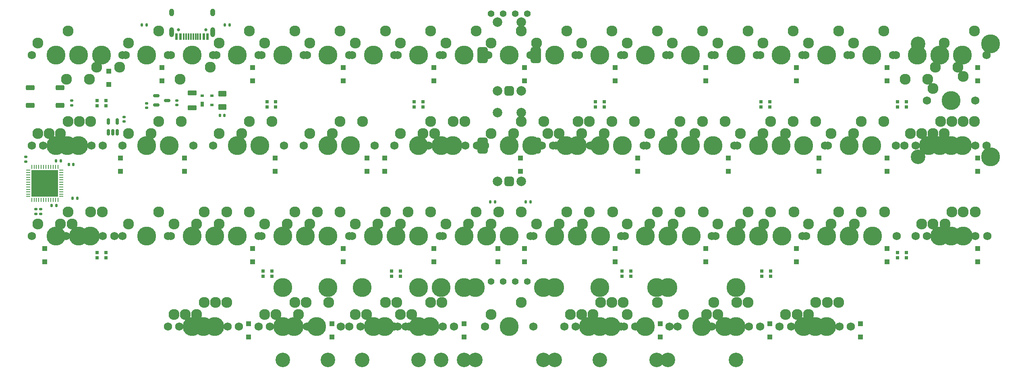
<source format=gbs>
%TF.GenerationSoftware,KiCad,Pcbnew,(7.0.0)*%
%TF.CreationDate,2023-11-22T09:43:08+01:00*%
%TF.ProjectId,universal vault,756e6976-6572-4736-916c-207661756c74,rev?*%
%TF.SameCoordinates,Original*%
%TF.FileFunction,Soldermask,Bot*%
%TF.FilePolarity,Negative*%
%FSLAX46Y46*%
G04 Gerber Fmt 4.6, Leading zero omitted, Abs format (unit mm)*
G04 Created by KiCad (PCBNEW (7.0.0)) date 2023-11-22 09:43:08*
%MOMM*%
%LPD*%
G01*
G04 APERTURE LIST*
G04 Aperture macros list*
%AMRoundRect*
0 Rectangle with rounded corners*
0 $1 Rounding radius*
0 $2 $3 $4 $5 $6 $7 $8 $9 X,Y pos of 4 corners*
0 Add a 4 corners polygon primitive as box body*
4,1,4,$2,$3,$4,$5,$6,$7,$8,$9,$2,$3,0*
0 Add four circle primitives for the rounded corners*
1,1,$1+$1,$2,$3*
1,1,$1+$1,$4,$5*
1,1,$1+$1,$6,$7*
1,1,$1+$1,$8,$9*
0 Add four rect primitives between the rounded corners*
20,1,$1+$1,$2,$3,$4,$5,0*
20,1,$1+$1,$4,$5,$6,$7,0*
20,1,$1+$1,$6,$7,$8,$9,0*
20,1,$1+$1,$8,$9,$2,$3,0*%
G04 Aperture macros list end*
%ADD10C,1.750000*%
%ADD11C,3.987800*%
%ADD12C,2.300000*%
%ADD13C,3.048000*%
%ADD14C,1.397000*%
%ADD15C,2.000000*%
%ADD16RoundRect,0.500000X0.500000X-0.500000X0.500000X0.500000X-0.500000X0.500000X-0.500000X-0.500000X0*%
%ADD17RoundRect,0.550000X0.550000X-1.150000X0.550000X1.150000X-0.550000X1.150000X-0.550000X-1.150000X0*%
%ADD18RoundRect,0.250000X0.300000X-0.300000X0.300000X0.300000X-0.300000X0.300000X-0.300000X-0.300000X0*%
%ADD19RoundRect,0.105000X0.245000X0.245000X-0.245000X0.245000X-0.245000X-0.245000X0.245000X-0.245000X0*%
%ADD20RoundRect,0.105000X-0.245000X-0.245000X0.245000X-0.245000X0.245000X0.245000X-0.245000X0.245000X0*%
%ADD21RoundRect,0.140000X-0.170000X0.140000X-0.170000X-0.140000X0.170000X-0.140000X0.170000X0.140000X0*%
%ADD22RoundRect,0.135000X0.185000X-0.135000X0.185000X0.135000X-0.185000X0.135000X-0.185000X-0.135000X0*%
%ADD23RoundRect,0.150000X0.150000X-0.512500X0.150000X0.512500X-0.150000X0.512500X-0.150000X-0.512500X0*%
%ADD24RoundRect,0.140000X-0.140000X-0.170000X0.140000X-0.170000X0.140000X0.170000X-0.140000X0.170000X0*%
%ADD25RoundRect,0.140000X0.170000X-0.140000X0.170000X0.140000X-0.170000X0.140000X-0.170000X-0.140000X0*%
%ADD26RoundRect,0.135000X0.135000X0.185000X-0.135000X0.185000X-0.135000X-0.185000X0.135000X-0.185000X0*%
%ADD27RoundRect,0.140000X0.140000X0.170000X-0.140000X0.170000X-0.140000X-0.170000X0.140000X-0.170000X0*%
%ADD28RoundRect,0.275000X0.625000X0.275000X-0.625000X0.275000X-0.625000X-0.275000X0.625000X-0.275000X0*%
%ADD29RoundRect,0.250000X0.625000X-0.375000X0.625000X0.375000X-0.625000X0.375000X-0.625000X-0.375000X0*%
%ADD30RoundRect,0.150000X-0.512500X-0.150000X0.512500X-0.150000X0.512500X0.150000X-0.512500X0.150000X0*%
%ADD31RoundRect,0.250000X0.700000X-0.275000X0.700000X0.275000X-0.700000X0.275000X-0.700000X-0.275000X0*%
%ADD32RoundRect,0.135000X-0.135000X-0.185000X0.135000X-0.185000X0.135000X0.185000X-0.135000X0.185000X0*%
%ADD33C,0.650000*%
%ADD34R,0.600000X1.450000*%
%ADD35R,0.300000X1.450000*%
%ADD36O,1.000000X1.600000*%
%ADD37O,1.000000X2.100000*%
%ADD38R,0.700000X1.000000*%
%ADD39R,0.700000X0.600000*%
%ADD40RoundRect,0.062500X0.062500X-0.375000X0.062500X0.375000X-0.062500X0.375000X-0.062500X-0.375000X0*%
%ADD41RoundRect,0.062500X0.375000X-0.062500X0.375000X0.062500X-0.375000X0.062500X-0.375000X-0.062500X0*%
%ADD42R,5.600000X5.600000*%
G04 APERTURE END LIST*
D10*
%TO.C,K_SPACE4*%
X113982500Y-65881250D03*
D11*
X119062500Y-65881250D03*
D10*
X124142500Y-65881250D03*
D12*
X115252500Y-63341250D03*
X121602500Y-60801250D03*
%TD*%
D10*
%TO.C,K_SPACE68*%
X166370000Y-84931250D03*
D11*
X171450000Y-84931250D03*
D10*
X176530000Y-84931250D03*
D12*
X167640000Y-82391250D03*
X173990000Y-79851250D03*
%TD*%
D10*
%TO.C,K_SPACE17*%
X152082500Y-84931250D03*
D11*
X157162500Y-84931250D03*
D10*
X162242500Y-84931250D03*
D12*
X153352500Y-82391250D03*
X159702500Y-79851250D03*
%TD*%
D13*
%TO.C,S6*%
X147637500Y-130016250D03*
D11*
X147637500Y-114776250D03*
D13*
X109537500Y-130016250D03*
D11*
X109537500Y-114776250D03*
%TD*%
D10*
%TO.C,K_SPACE30*%
X180657500Y-103981250D03*
D11*
X185737500Y-103981250D03*
D10*
X190817500Y-103981250D03*
D12*
X181927500Y-101441250D03*
X188277500Y-98901250D03*
%TD*%
D10*
%TO.C,K_SPACE118*%
X199707500Y-123031250D03*
D11*
X204787500Y-123031250D03*
D10*
X209867500Y-123031250D03*
D12*
X200977500Y-120491250D03*
X207327500Y-117951250D03*
%TD*%
D10*
%TO.C,K_SPACE94*%
X147320000Y-103981250D03*
D11*
X152400000Y-103981250D03*
D10*
X157480000Y-103981250D03*
D12*
X148590000Y-101441250D03*
X154940000Y-98901250D03*
%TD*%
D10*
%TO.C,K_SPACE73*%
X80645000Y-84931250D03*
D11*
X85725000Y-84931250D03*
D10*
X90805000Y-84931250D03*
D12*
X81915000Y-82391250D03*
X88265000Y-79851250D03*
%TD*%
D10*
%TO.C,K_SPACE117*%
X104457500Y-123031250D03*
D11*
X109537500Y-123031250D03*
D10*
X114617500Y-123031250D03*
D12*
X105727500Y-120491250D03*
X112077500Y-117951250D03*
%TD*%
D10*
%TO.C,K_SPACE107*%
X87788750Y-123031250D03*
D11*
X92868750Y-123031250D03*
D10*
X97948750Y-123031250D03*
D12*
X89058750Y-120491250D03*
X95408750Y-117951250D03*
%TD*%
D10*
%TO.C,K_SPACE83*%
X75882500Y-103981250D03*
D11*
X80962500Y-103981250D03*
D10*
X86042500Y-103981250D03*
D12*
X77152500Y-101441250D03*
X83502500Y-98901250D03*
%TD*%
D13*
%TO.C,S3*%
X188118750Y-130016250D03*
D11*
X188118750Y-114776250D03*
D13*
X164306250Y-130016250D03*
D11*
X164306250Y-114776250D03*
%TD*%
D10*
%TO.C,K_SPACE124*%
X125888750Y-123031250D03*
D11*
X130968750Y-123031250D03*
D10*
X136048750Y-123031250D03*
D12*
X127158750Y-120491250D03*
X133508750Y-117951250D03*
%TD*%
D10*
%TO.C,K_SPACE28*%
X140176250Y-84931250D03*
D11*
X145256250Y-84931250D03*
D10*
X150336250Y-84931250D03*
D12*
X141446250Y-82391250D03*
X147796250Y-79851250D03*
%TD*%
D10*
%TO.C,K_SPACE72*%
X242570000Y-84931250D03*
D11*
X247650000Y-84931250D03*
D10*
X252730000Y-84931250D03*
D12*
X243840000Y-82391250D03*
X250190000Y-79851250D03*
%TD*%
D14*
%TO.C,OL2*%
X160972500Y-57150000D03*
X158432500Y-57150000D03*
X155892500Y-57150000D03*
X153352500Y-57150000D03*
%TD*%
D10*
%TO.C,K_SPACE95*%
X244951250Y-75406250D03*
D11*
X250031250Y-75406250D03*
D10*
X255111250Y-75406250D03*
D12*
X246221250Y-72866250D03*
X252571250Y-70326250D03*
%TD*%
D10*
%TO.C,K_SPACE9*%
X209232500Y-65881250D03*
D11*
X214312500Y-65881250D03*
D10*
X219392500Y-65881250D03*
D12*
X210502500Y-63341250D03*
X216852500Y-60801250D03*
%TD*%
D10*
%TO.C,K_SPACE21*%
X228282500Y-84931250D03*
D11*
X233362500Y-84931250D03*
D10*
X238442500Y-84931250D03*
D12*
X229552500Y-82391250D03*
X235902500Y-79851250D03*
%TD*%
D10*
%TO.C,K_SPACE33*%
X242570000Y-103981250D03*
D11*
X247650000Y-103981250D03*
D10*
X252730000Y-103981250D03*
D12*
X243840000Y-101441250D03*
X250190000Y-98901250D03*
%TD*%
D10*
%TO.C,K_SPACE55*%
X123507500Y-65881250D03*
D11*
X128587500Y-65881250D03*
D10*
X133667500Y-65881250D03*
D12*
X124777500Y-63341250D03*
X131127500Y-60801250D03*
%TD*%
D10*
%TO.C,K_SPACE121*%
X171132500Y-123031250D03*
D11*
X176212500Y-123031250D03*
D10*
X181292500Y-123031250D03*
D12*
X172402500Y-120491250D03*
X178752500Y-117951250D03*
%TD*%
D13*
%TO.C,S5*%
X190500000Y-130016250D03*
D11*
X190500000Y-114776250D03*
D13*
X166687500Y-130016250D03*
D11*
X166687500Y-114776250D03*
%TD*%
D10*
%TO.C,K_SPACE115*%
X168751250Y-123031250D03*
D11*
X173831250Y-123031250D03*
D10*
X178911250Y-123031250D03*
D12*
X170021250Y-120491250D03*
X176371250Y-117951250D03*
%TD*%
D10*
%TO.C,K_SPACE15*%
X113982500Y-84931250D03*
D11*
X119062500Y-84931250D03*
D10*
X124142500Y-84931250D03*
D12*
X115252500Y-82391250D03*
X121602500Y-79851250D03*
%TD*%
D10*
%TO.C,K_SPACE70*%
X204470000Y-84931250D03*
D11*
X209550000Y-84931250D03*
D10*
X214630000Y-84931250D03*
D12*
X205740000Y-82391250D03*
X212090000Y-79851250D03*
%TD*%
D10*
%TO.C,K_SPACE98*%
X204470000Y-103981250D03*
D11*
X209550000Y-103981250D03*
D10*
X214630000Y-103981250D03*
D12*
X205740000Y-101441250D03*
X212090000Y-98901250D03*
%TD*%
D10*
%TO.C,K_SPACE78*%
X175895000Y-84931250D03*
D11*
X180975000Y-84931250D03*
D10*
X186055000Y-84931250D03*
D12*
X177165000Y-82391250D03*
X183515000Y-79851250D03*
%TD*%
D10*
%TO.C,K_SPACE101*%
X244951250Y-84931250D03*
D11*
X250031250Y-84931250D03*
D10*
X255111250Y-84931250D03*
D12*
X246221250Y-82391250D03*
X252571250Y-79851250D03*
%TD*%
D10*
%TO.C,K_SPACE10*%
X228282500Y-65881250D03*
D11*
X233362500Y-65881250D03*
D10*
X238442500Y-65881250D03*
D12*
X229552500Y-63341250D03*
X235902500Y-60801250D03*
%TD*%
D10*
%TO.C,K_SPACE74*%
X99695000Y-84931250D03*
D11*
X104775000Y-84931250D03*
D10*
X109855000Y-84931250D03*
D12*
X100965000Y-82391250D03*
X107315000Y-79851250D03*
%TD*%
D14*
%TO.C,OL1*%
X153352500Y-113506250D03*
X155892500Y-113506250D03*
X158432500Y-113506250D03*
X160972500Y-113506250D03*
%TD*%
D10*
%TO.C,K_SPACE99*%
X223520000Y-103981250D03*
D11*
X228600000Y-103981250D03*
D10*
X233680000Y-103981250D03*
D12*
X224790000Y-101441250D03*
X231140000Y-98901250D03*
%TD*%
D10*
%TO.C,K_SPACE85*%
X113982500Y-103981250D03*
D11*
X119062500Y-103981250D03*
D10*
X124142500Y-103981250D03*
D12*
X115252500Y-101441250D03*
X121602500Y-98901250D03*
%TD*%
D10*
%TO.C,K_SPACE110*%
X152082500Y-123031250D03*
D11*
X157162500Y-123031250D03*
D10*
X162242500Y-123031250D03*
D12*
X153352500Y-120491250D03*
X159702500Y-117951250D03*
%TD*%
D10*
%TO.C,K_SPACE2*%
X75882500Y-65881250D03*
D11*
X80962500Y-65881250D03*
D10*
X86042500Y-65881250D03*
D12*
X77152500Y-63341250D03*
X83502500Y-60801250D03*
%TD*%
D10*
%TO.C,K_SPACE92*%
X109220000Y-103981250D03*
D11*
X114300000Y-103981250D03*
D10*
X119380000Y-103981250D03*
D12*
X110490000Y-101441250D03*
X116840000Y-98901250D03*
%TD*%
D10*
%TO.C,K_SPACE34*%
X163988750Y-84931250D03*
D11*
X169068750Y-84931250D03*
D10*
X174148750Y-84931250D03*
D12*
X165258750Y-82391250D03*
X171608750Y-79851250D03*
%TD*%
D10*
%TO.C,K_SPACE14*%
X94932500Y-84931250D03*
D11*
X100012500Y-84931250D03*
D10*
X105092500Y-84931250D03*
D12*
X96202500Y-82391250D03*
X102552500Y-79851250D03*
%TD*%
D10*
%TO.C,K_SPACE77*%
X156845000Y-84931250D03*
D11*
X161925000Y-84931250D03*
D10*
X167005000Y-84931250D03*
D12*
X158115000Y-82391250D03*
X164465000Y-79851250D03*
%TD*%
D10*
%TO.C,K_SPACE32*%
X218757500Y-103981250D03*
D11*
X223837500Y-103981250D03*
D10*
X228917500Y-103981250D03*
D12*
X220027500Y-101441250D03*
X226377500Y-98901250D03*
%TD*%
D10*
%TO.C,K_SPACE114*%
X135413750Y-123031250D03*
D11*
X140493750Y-123031250D03*
D10*
X145573750Y-123031250D03*
D12*
X136683750Y-120491250D03*
X143033750Y-117951250D03*
%TD*%
D10*
%TO.C,K_SPACE67*%
X59213750Y-84931250D03*
D11*
X64293750Y-84931250D03*
D10*
X69373750Y-84931250D03*
D12*
X60483750Y-82391250D03*
X66833750Y-79851250D03*
%TD*%
D10*
%TO.C,K_SPACE108*%
X192563750Y-123031250D03*
D11*
X197643750Y-123031250D03*
D10*
X202723750Y-123031250D03*
D12*
X193833750Y-120491250D03*
X200183750Y-117951250D03*
%TD*%
D10*
%TO.C,K_SPACE71*%
X223520000Y-84931250D03*
D11*
X228600000Y-84931250D03*
D10*
X233680000Y-84931250D03*
D12*
X224790000Y-82391250D03*
X231140000Y-79851250D03*
%TD*%
D10*
%TO.C,K_SPACE88*%
X190348750Y-103981250D03*
D11*
X195428750Y-103981250D03*
D10*
X200508750Y-103981250D03*
D12*
X191618750Y-101441250D03*
X197968750Y-98901250D03*
%TD*%
D10*
%TO.C,K_SPACE50*%
X63976250Y-103981250D03*
D11*
X69056250Y-103981250D03*
D10*
X74136250Y-103981250D03*
D12*
X65246250Y-101441250D03*
X71596250Y-98901250D03*
%TD*%
D10*
%TO.C,K_SPACE57*%
X61595000Y-84931250D03*
D11*
X66675000Y-84931250D03*
D10*
X71755000Y-84931250D03*
D12*
X62865000Y-82391250D03*
X69215000Y-79851250D03*
%TD*%
D10*
%TO.C,K_SPACE26*%
X123507500Y-103981250D03*
D11*
X128587500Y-103981250D03*
D10*
X133667500Y-103981250D03*
D12*
X124777500Y-101441250D03*
X131127500Y-98901250D03*
%TD*%
D10*
%TO.C,K_SPACE90*%
X228448750Y-103981250D03*
D11*
X233528750Y-103981250D03*
D10*
X238608750Y-103981250D03*
D12*
X229718750Y-101441250D03*
X236068750Y-98901250D03*
%TD*%
D10*
%TO.C,K_SPACE116*%
X152082500Y-123031250D03*
D11*
X157162500Y-123031250D03*
D10*
X162242500Y-123031250D03*
D12*
X153352500Y-120491250D03*
X159702500Y-117951250D03*
%TD*%
D10*
%TO.C,K_SPACE93*%
X128270000Y-103981250D03*
D11*
X133350000Y-103981250D03*
D10*
X138430000Y-103981250D03*
D12*
X129540000Y-101441250D03*
X135890000Y-98901250D03*
%TD*%
D10*
%TO.C,K_SPACE81*%
X240188750Y-84931250D03*
D11*
X245268750Y-84931250D03*
D10*
X250348750Y-84931250D03*
D12*
X241458750Y-82391250D03*
X247808750Y-79851250D03*
%TD*%
D10*
%TO.C,K_SPACE128*%
X123507500Y-123031250D03*
D11*
X128587500Y-123031250D03*
D10*
X133667500Y-123031250D03*
D12*
X124777500Y-120491250D03*
X131127500Y-117951250D03*
%TD*%
D10*
%TO.C,K_SPACE87*%
X171298750Y-103981250D03*
D11*
X176378750Y-103981250D03*
D10*
X181458750Y-103981250D03*
D12*
X172568750Y-101441250D03*
X178918750Y-98901250D03*
%TD*%
D10*
%TO.C,K_SPACE123*%
X213995000Y-123031250D03*
D11*
X219075000Y-123031250D03*
D10*
X224155000Y-123031250D03*
D12*
X215265000Y-120491250D03*
X221615000Y-117951250D03*
%TD*%
D10*
%TO.C,K_SPACE97*%
X185420000Y-103981250D03*
D11*
X190500000Y-103981250D03*
D10*
X195580000Y-103981250D03*
D12*
X186690000Y-101441250D03*
X193040000Y-98901250D03*
%TD*%
D13*
%TO.C,S7*%
X204787500Y-130016250D03*
D11*
X204787500Y-114776250D03*
D13*
X166687500Y-130016250D03*
D11*
X166687500Y-114776250D03*
%TD*%
D10*
%TO.C,K_SPACE69*%
X185420000Y-84931250D03*
D11*
X190500000Y-84931250D03*
D10*
X195580000Y-84931250D03*
D12*
X186690000Y-82391250D03*
X193040000Y-79851250D03*
%TD*%
D10*
%TO.C,K_SPACE56*%
X142557500Y-65881250D03*
D11*
X147637500Y-65881250D03*
D10*
X152717500Y-65881250D03*
D12*
X143827500Y-63341250D03*
X150177500Y-60801250D03*
%TD*%
D10*
%TO.C,K_SPACE62*%
X247967500Y-65881250D03*
D11*
X242887500Y-65881250D03*
D10*
X237807500Y-65881250D03*
D12*
X246697500Y-68421250D03*
X240347500Y-70961250D03*
%TD*%
D10*
%TO.C,K_SPACE109*%
X216376250Y-123031250D03*
D11*
X221456250Y-123031250D03*
D10*
X226536250Y-123031250D03*
D12*
X217646250Y-120491250D03*
X223996250Y-117951250D03*
%TD*%
D10*
%TO.C,K_SPACE25*%
X104457500Y-103981250D03*
D11*
X109537500Y-103981250D03*
D10*
X114617500Y-103981250D03*
D12*
X105727500Y-101441250D03*
X112077500Y-98901250D03*
%TD*%
D10*
%TO.C,K_SPACE63*%
X80645000Y-84931250D03*
D11*
X85725000Y-84931250D03*
D10*
X90805000Y-84931250D03*
D12*
X81915000Y-82391250D03*
X88265000Y-79851250D03*
%TD*%
D10*
%TO.C,K_SPACE51*%
X90170000Y-103981250D03*
D11*
X95250000Y-103981250D03*
D10*
X100330000Y-103981250D03*
D12*
X91440000Y-101441250D03*
X97790000Y-98901250D03*
%TD*%
D10*
%TO.C,K_SPACE60*%
X199707500Y-65881250D03*
D11*
X204787500Y-65881250D03*
D10*
X209867500Y-65881250D03*
D12*
X200977500Y-63341250D03*
X207327500Y-60801250D03*
%TD*%
D10*
%TO.C,K_SPACE103*%
X71755000Y-65881250D03*
D11*
X66675000Y-65881250D03*
D10*
X61595000Y-65881250D03*
D12*
X70485000Y-68421250D03*
X64135000Y-70961250D03*
%TD*%
D10*
%TO.C,K_SPACE102*%
X252730000Y-65881250D03*
D11*
X247650000Y-65881250D03*
D10*
X242570000Y-65881250D03*
D12*
X251460000Y-68421250D03*
X245110000Y-70961250D03*
%TD*%
D10*
%TO.C,K_SPACE8*%
X190182500Y-65881250D03*
D11*
X195262500Y-65881250D03*
D10*
X200342500Y-65881250D03*
D12*
X191452500Y-63341250D03*
X197802500Y-60801250D03*
%TD*%
D10*
%TO.C,K_SPACE86*%
X133032500Y-103981250D03*
D11*
X138112500Y-103981250D03*
D10*
X143192500Y-103981250D03*
D12*
X134302500Y-101441250D03*
X140652500Y-98901250D03*
%TD*%
D10*
%TO.C,K_SPACE100*%
X244951250Y-103981250D03*
D11*
X250031250Y-103981250D03*
D10*
X255111250Y-103981250D03*
D12*
X246221250Y-101441250D03*
X252571250Y-98901250D03*
%TD*%
D10*
%TO.C,K_SPACE66*%
X137795000Y-84931250D03*
D11*
X142875000Y-84931250D03*
D10*
X147955000Y-84931250D03*
D12*
X139065000Y-82391250D03*
X145415000Y-79851250D03*
%TD*%
D15*
%TO.C,SW1*%
X154662500Y-73381250D03*
X159662500Y-73381250D03*
D16*
X157162500Y-73381250D03*
D17*
X151562500Y-65881250D03*
X162762500Y-65881250D03*
D15*
X159662500Y-58881250D03*
X154662500Y-58881250D03*
%TD*%
D10*
%TO.C,K_SPACE79*%
X194945000Y-84931250D03*
D11*
X200025000Y-84931250D03*
D10*
X205105000Y-84931250D03*
D12*
X196215000Y-82391250D03*
X202565000Y-79851250D03*
%TD*%
D10*
%TO.C,K_SPACE64*%
X99695000Y-84931250D03*
D11*
X104775000Y-84931250D03*
D10*
X109855000Y-84931250D03*
D12*
X100965000Y-82391250D03*
X107315000Y-79851250D03*
%TD*%
D10*
%TO.C,K_SPACE20*%
X209232500Y-84931250D03*
D11*
X214312500Y-84931250D03*
D10*
X219392500Y-84931250D03*
D12*
X210502500Y-82391250D03*
X216852500Y-79851250D03*
%TD*%
D10*
%TO.C,K_SPACE49*%
X152082500Y-103981250D03*
D11*
X157162500Y-103981250D03*
D10*
X162242500Y-103981250D03*
D12*
X153352500Y-101441250D03*
X159702500Y-98901250D03*
%TD*%
D10*
%TO.C,K_SPACE59*%
X180657500Y-65881250D03*
D11*
X185737500Y-65881250D03*
D10*
X190817500Y-65881250D03*
D12*
X181927500Y-63341250D03*
X188277500Y-60801250D03*
%TD*%
D10*
%TO.C,K_SPACE104*%
X59213750Y-84931250D03*
D11*
X64293750Y-84931250D03*
D10*
X69373750Y-84931250D03*
D12*
X60483750Y-82391250D03*
X66833750Y-79851250D03*
%TD*%
D10*
%TO.C,K_SPACE84*%
X94932500Y-103981250D03*
D11*
X100012500Y-103981250D03*
D10*
X105092500Y-103981250D03*
D12*
X96202500Y-101441250D03*
X102552500Y-98901250D03*
%TD*%
D10*
%TO.C,K_SPACE106*%
X111601250Y-123031250D03*
D11*
X116681250Y-123031250D03*
D10*
X121761250Y-123031250D03*
D12*
X112871250Y-120491250D03*
X119221250Y-117951250D03*
%TD*%
D13*
%TO.C,S2*%
X150018750Y-130016250D03*
D11*
X150018750Y-114776250D03*
D13*
X126206250Y-130016250D03*
D11*
X126206250Y-114776250D03*
%TD*%
D10*
%TO.C,K_SPACE125*%
X173513750Y-123031250D03*
D11*
X178593750Y-123031250D03*
D10*
X183673750Y-123031250D03*
D12*
X174783750Y-120491250D03*
X181133750Y-117951250D03*
%TD*%
D10*
%TO.C,K_SPACE11*%
X247332500Y-65881250D03*
D11*
X252412500Y-65881250D03*
D10*
X257492500Y-65881250D03*
D12*
X248602500Y-63341250D03*
X254952500Y-60801250D03*
%TD*%
D10*
%TO.C,K_SPACE91*%
X247498750Y-103981250D03*
D11*
X252578750Y-103981250D03*
D10*
X257658750Y-103981250D03*
D12*
X248768750Y-101441250D03*
X255118750Y-98901250D03*
%TD*%
D15*
%TO.C,SW2*%
X154662500Y-92431250D03*
X159662500Y-92431250D03*
D16*
X157162500Y-92431250D03*
D17*
X151562500Y-84931250D03*
X162762500Y-84931250D03*
D15*
X159662500Y-77931250D03*
X154662500Y-77931250D03*
%TD*%
D10*
%TO.C,K_SPACE122*%
X90170000Y-123031250D03*
D11*
X95250000Y-123031250D03*
D10*
X100330000Y-123031250D03*
D12*
X91440000Y-120491250D03*
X97790000Y-117951250D03*
%TD*%
D10*
%TO.C,K_SPACE129*%
X180657500Y-123031250D03*
D11*
X185737500Y-123031250D03*
D10*
X190817500Y-123031250D03*
D12*
X181927500Y-120491250D03*
X188277500Y-117951250D03*
%TD*%
D10*
%TO.C,K_SPACE113*%
X218757500Y-123031250D03*
D11*
X223837500Y-123031250D03*
D10*
X228917500Y-123031250D03*
D12*
X220027500Y-120491250D03*
X226377500Y-117951250D03*
%TD*%
D10*
%TO.C,K_SPACE19*%
X190182500Y-84931250D03*
D11*
X195262500Y-84931250D03*
D10*
X200342500Y-84931250D03*
D12*
X191452500Y-82391250D03*
X197802500Y-79851250D03*
%TD*%
D10*
%TO.C,K_SPACE23*%
X61595000Y-103981250D03*
D11*
X66675000Y-103981250D03*
D10*
X71755000Y-103981250D03*
D12*
X62865000Y-101441250D03*
X69215000Y-98901250D03*
%TD*%
D10*
%TO.C,K_SPACE16*%
X133032500Y-84931250D03*
D11*
X138112500Y-84931250D03*
D10*
X143192500Y-84931250D03*
D12*
X134302500Y-82391250D03*
X140652500Y-79851250D03*
%TD*%
D10*
%TO.C,K_SPACE105*%
X85407500Y-123031250D03*
D11*
X90487500Y-123031250D03*
D10*
X95567500Y-123031250D03*
D12*
X86677500Y-120491250D03*
X93027500Y-117951250D03*
%TD*%
D10*
%TO.C,K_SPACE12*%
X56832500Y-84931250D03*
D11*
X61912500Y-84931250D03*
D10*
X66992500Y-84931250D03*
D12*
X58102500Y-82391250D03*
X64452500Y-79851250D03*
%TD*%
D10*
%TO.C,K_SPACE22*%
X247332500Y-84931250D03*
D11*
X252412500Y-84931250D03*
D10*
X257492500Y-84931250D03*
D12*
X248602500Y-82391250D03*
X254952500Y-79851250D03*
%TD*%
D10*
%TO.C,K_SPACE52*%
X76517500Y-65881250D03*
D11*
X71437500Y-65881250D03*
D10*
X66357500Y-65881250D03*
D12*
X75247500Y-68421250D03*
X68897500Y-70961250D03*
%TD*%
D10*
%TO.C,K_SPACE65*%
X118745000Y-84931250D03*
D11*
X123825000Y-84931250D03*
D10*
X128905000Y-84931250D03*
D12*
X120015000Y-82391250D03*
X126365000Y-79851250D03*
%TD*%
D13*
%TO.C,S9*%
X176212500Y-130016250D03*
D11*
X176212500Y-114776250D03*
D13*
X138112500Y-130016250D03*
D11*
X138112500Y-114776250D03*
%TD*%
D10*
%TO.C,K_SPACE53*%
X95567500Y-65881250D03*
D11*
X90487500Y-65881250D03*
D10*
X85407500Y-65881250D03*
D12*
X94297500Y-68421250D03*
X87947500Y-70961250D03*
%TD*%
D10*
%TO.C,K_SPACE3*%
X94932500Y-65881250D03*
D11*
X100012500Y-65881250D03*
D10*
X105092500Y-65881250D03*
D12*
X96202500Y-63341250D03*
X102552500Y-60801250D03*
%TD*%
D13*
%TO.C,S8*%
X204787500Y-130016250D03*
D11*
X204787500Y-114776250D03*
D13*
X109537500Y-130016250D03*
D11*
X109537500Y-114776250D03*
%TD*%
D10*
%TO.C,K_SPACE80*%
X213995000Y-84931250D03*
D11*
X219075000Y-84931250D03*
D10*
X224155000Y-84931250D03*
D12*
X215265000Y-82391250D03*
X221615000Y-79851250D03*
%TD*%
D10*
%TO.C,K_SPACE7*%
X171132500Y-65881250D03*
D11*
X176212500Y-65881250D03*
D10*
X181292500Y-65881250D03*
D12*
X172402500Y-63341250D03*
X178752500Y-60801250D03*
%TD*%
D10*
%TO.C,K_SPACE96*%
X166370000Y-103981250D03*
D11*
X171450000Y-103981250D03*
D10*
X176530000Y-103981250D03*
D12*
X167640000Y-101441250D03*
X173990000Y-98901250D03*
%TD*%
D10*
%TO.C,K_SPACE6*%
X152082500Y-65881250D03*
D11*
X157162500Y-65881250D03*
D10*
X162242500Y-65881250D03*
D12*
X153352500Y-63341250D03*
X159702500Y-60801250D03*
%TD*%
D10*
%TO.C,K_SPACE82*%
X56832500Y-103981250D03*
D11*
X61912500Y-103981250D03*
D10*
X66992500Y-103981250D03*
D12*
X58102500Y-101441250D03*
X64452500Y-98901250D03*
%TD*%
D10*
%TO.C,K_SPACE111*%
X106838750Y-123031250D03*
D11*
X111918750Y-123031250D03*
D10*
X116998750Y-123031250D03*
D12*
X108108750Y-120491250D03*
X114458750Y-117951250D03*
%TD*%
D10*
%TO.C,K_SPACE89*%
X209398750Y-103981250D03*
D11*
X214478750Y-103981250D03*
D10*
X219558750Y-103981250D03*
D12*
X210668750Y-101441250D03*
X217018750Y-98901250D03*
%TD*%
D10*
%TO.C,K_SPACE29*%
X161607500Y-103981250D03*
D11*
X166687500Y-103981250D03*
D10*
X171767500Y-103981250D03*
D12*
X162877500Y-101441250D03*
X169227500Y-98901250D03*
%TD*%
D10*
%TO.C,K_SPACE5*%
X133032500Y-65881250D03*
D11*
X138112500Y-65881250D03*
D10*
X143192500Y-65881250D03*
D12*
X134302500Y-63341250D03*
X140652500Y-60801250D03*
%TD*%
D10*
%TO.C,K_SPACE120*%
X133032500Y-123031250D03*
D11*
X138112500Y-123031250D03*
D10*
X143192500Y-123031250D03*
D12*
X134302500Y-120491250D03*
X140652500Y-117951250D03*
%TD*%
D13*
%TO.C,S4*%
X142875000Y-130016250D03*
D11*
X142875000Y-114776250D03*
D13*
X119062500Y-130016250D03*
D11*
X119062500Y-114776250D03*
%TD*%
D10*
%TO.C,K_SPACE58*%
X161607500Y-65881250D03*
D11*
X166687500Y-65881250D03*
D10*
X171767500Y-65881250D03*
D12*
X162877500Y-63341250D03*
X169227500Y-60801250D03*
%TD*%
D10*
%TO.C,K_SPACE75*%
X118745000Y-84931250D03*
D11*
X123825000Y-84931250D03*
D10*
X128905000Y-84931250D03*
D12*
X120015000Y-82391250D03*
X126365000Y-79851250D03*
%TD*%
D10*
%TO.C,K_SPACE27*%
X142557500Y-103981250D03*
D11*
X147637500Y-103981250D03*
D10*
X152717500Y-103981250D03*
D12*
X143827500Y-101441250D03*
X150177500Y-98901250D03*
%TD*%
D10*
%TO.C,K_SPACE61*%
X218757500Y-65881250D03*
D11*
X223837500Y-65881250D03*
D10*
X228917500Y-65881250D03*
D12*
X220027500Y-63341250D03*
X226377500Y-60801250D03*
%TD*%
D10*
%TO.C,K_SPACE24*%
X85407500Y-103981250D03*
D11*
X90487500Y-103981250D03*
D10*
X95567500Y-103981250D03*
D12*
X86677500Y-101441250D03*
X93027500Y-98901250D03*
%TD*%
D10*
%TO.C,K_SPACE18*%
X171132500Y-84931250D03*
D11*
X176212500Y-84931250D03*
D10*
X181292500Y-84931250D03*
D12*
X172402500Y-82391250D03*
X178752500Y-79851250D03*
%TD*%
D10*
%TO.C,K_SPACE76*%
X137795000Y-84931250D03*
D11*
X142875000Y-84931250D03*
D10*
X147955000Y-84931250D03*
D12*
X139065000Y-82391250D03*
X145415000Y-79851250D03*
%TD*%
D10*
%TO.C,K_SPACE31*%
X199707500Y-103981250D03*
D11*
X204787500Y-103981250D03*
D10*
X209867500Y-103981250D03*
D12*
X200977500Y-101441250D03*
X207327500Y-98901250D03*
%TD*%
D10*
%TO.C,K_SPACE1*%
X56832500Y-65881250D03*
D11*
X61912500Y-65881250D03*
D10*
X66992500Y-65881250D03*
D12*
X58102500Y-63341250D03*
X64452500Y-60801250D03*
%TD*%
D10*
%TO.C,K_SPACE112*%
X197326250Y-123031250D03*
D11*
X202406250Y-123031250D03*
D10*
X207486250Y-123031250D03*
D12*
X198596250Y-120491250D03*
X204946250Y-117951250D03*
%TD*%
D13*
%TO.C,S1*%
X243046250Y-63500000D03*
X243046250Y-87312500D03*
D11*
X258286250Y-63500000D03*
X258286250Y-87312500D03*
%TD*%
D10*
%TO.C,K_SPACE54*%
X104457500Y-65881250D03*
D11*
X109537500Y-65881250D03*
D10*
X114617500Y-65881250D03*
D12*
X105727500Y-63341250D03*
X112077500Y-60801250D03*
%TD*%
D10*
%TO.C,K_SPACE13*%
X75882500Y-84931250D03*
D11*
X80962500Y-84931250D03*
D10*
X86042500Y-84931250D03*
D12*
X77152500Y-82391250D03*
X83502500Y-79851250D03*
%TD*%
D18*
%TO.C,D_SPACE17*%
X159543750Y-90300000D03*
X159543750Y-87500000D03*
%TD*%
D19*
%TO.C,LED1*%
X72352500Y-75406250D03*
X72352500Y-76506250D03*
X70522500Y-76506250D03*
X70522500Y-75406250D03*
%TD*%
%TO.C,LED6*%
X240627500Y-75650000D03*
X240627500Y-76750000D03*
X238797500Y-76750000D03*
X238797500Y-75650000D03*
%TD*%
D18*
%TO.C,D_SPACE34*%
X102393750Y-125225000D03*
X102393750Y-122425000D03*
%TD*%
%TO.C,D_SPACE5*%
X141287500Y-71250000D03*
X141287500Y-68450000D03*
%TD*%
%TO.C,D_SPACE1*%
X73025000Y-72043750D03*
X73025000Y-69243750D03*
%TD*%
D20*
%TO.C,LED11*%
X105447500Y-112468750D03*
X105447500Y-111368750D03*
X107277500Y-111368750D03*
X107277500Y-112468750D03*
%TD*%
D21*
%TO.C,C7*%
X58673171Y-98312310D03*
X58673171Y-99272310D03*
%TD*%
D18*
%TO.C,D_SPACE32*%
X236537500Y-109412500D03*
X236537500Y-106612500D03*
%TD*%
D22*
%TO.C,R1*%
X65162500Y-76426250D03*
X65162500Y-75406250D03*
%TD*%
D23*
%TO.C,U3*%
X74768750Y-82100000D03*
X73818750Y-82100000D03*
X72868750Y-82100000D03*
X72868750Y-79825000D03*
X74768750Y-79825000D03*
%TD*%
D18*
%TO.C,D_SPACE36*%
X147637500Y-125225000D03*
X147637500Y-122425000D03*
%TD*%
D24*
%TO.C,C4*%
X65401250Y-96043750D03*
X66361250Y-96043750D03*
%TD*%
D20*
%TO.C,LED12*%
X70522500Y-108500000D03*
X70522500Y-107400000D03*
X72352500Y-107400000D03*
X72352500Y-108500000D03*
%TD*%
D19*
%TO.C,LED5*%
X211931250Y-75650000D03*
X211931250Y-76750000D03*
X210101250Y-76750000D03*
X210101250Y-75650000D03*
%TD*%
D20*
%TO.C,LED7*%
X238797500Y-108500000D03*
X238797500Y-107400000D03*
X240627500Y-107400000D03*
X240627500Y-108500000D03*
%TD*%
%TO.C,LED8*%
X210222500Y-112468750D03*
X210222500Y-111368750D03*
X212052500Y-111368750D03*
X212052500Y-112468750D03*
%TD*%
D18*
%TO.C,D_SPACE38*%
X188912500Y-125225000D03*
X188912500Y-122425000D03*
%TD*%
%TO.C,D_SPACE25*%
X122235018Y-109412500D03*
X122235018Y-106612500D03*
%TD*%
%TO.C,D_SPACE18*%
X184177425Y-90362500D03*
X184177425Y-87562500D03*
%TD*%
%TO.C,D_SPACE9*%
X217487500Y-71250000D03*
X217487500Y-68450000D03*
%TD*%
%TO.C,D_SPACE13*%
X88901094Y-90362500D03*
X88901094Y-87562500D03*
%TD*%
D25*
%TO.C,C2*%
X55562500Y-88272500D03*
X55562500Y-87312500D03*
%TD*%
D18*
%TO.C,D_SPACE35*%
X119856250Y-125225000D03*
X119856250Y-122425000D03*
%TD*%
%TO.C,D_SPACE12*%
X75406250Y-90300000D03*
X75406250Y-87500000D03*
%TD*%
%TO.C,D_SPACE29*%
X179387500Y-109412500D03*
X179387500Y-106612500D03*
%TD*%
D21*
%TO.C,C10*%
X80962500Y-76033750D03*
X80962500Y-76993750D03*
%TD*%
D18*
%TO.C,D_SPACE2*%
X84137500Y-71250000D03*
X84137500Y-68450000D03*
%TD*%
D21*
%TO.C,C8*%
X87312500Y-75406250D03*
X87312500Y-76366250D03*
%TD*%
D20*
%TO.C,LED9*%
X180853750Y-112468750D03*
X180853750Y-111368750D03*
X182683750Y-111368750D03*
X182683750Y-112468750D03*
%TD*%
D18*
%TO.C,D_SPACE20*%
X222250000Y-90362500D03*
X222250000Y-87562500D03*
%TD*%
%TO.C,D_SPACE24*%
X103184605Y-109412500D03*
X103184605Y-106612500D03*
%TD*%
D19*
%TO.C,LED2*%
X108071250Y-75650000D03*
X108071250Y-76750000D03*
X106241250Y-76750000D03*
X106241250Y-75650000D03*
%TD*%
D18*
%TO.C,D_SPACE21*%
X236537500Y-90362500D03*
X236537500Y-87562500D03*
%TD*%
%TO.C,D_SPACE15*%
X127238596Y-90362500D03*
X127238596Y-87562500D03*
%TD*%
%TO.C,D_SPACE26*%
X141285431Y-109412500D03*
X141285431Y-106612500D03*
%TD*%
%TO.C,D_SPACE16*%
X130968750Y-90362500D03*
X130968750Y-87562500D03*
%TD*%
%TO.C,D_SPACE14*%
X107950000Y-90362500D03*
X107950000Y-87562500D03*
%TD*%
D19*
%TO.C,LED4*%
X177127500Y-75650000D03*
X177127500Y-76750000D03*
X175297500Y-76750000D03*
X175297500Y-75650000D03*
%TD*%
D26*
%TO.C,R2*%
X80962500Y-59531250D03*
X79942500Y-59531250D03*
%TD*%
D18*
%TO.C,D_SPACE30*%
X198436670Y-109412500D03*
X198436670Y-106612500D03*
%TD*%
D20*
%TO.C,LED10*%
X132435000Y-112468750D03*
X132435000Y-111368750D03*
X134265000Y-111368750D03*
X134265000Y-112468750D03*
%TD*%
D27*
%TO.C,C1*%
X62872500Y-88106250D03*
X61912500Y-88106250D03*
%TD*%
D18*
%TO.C,D_SPACE4*%
X122237500Y-71250000D03*
X122237500Y-68450000D03*
%TD*%
D24*
%TO.C,C6*%
X64607500Y-88900000D03*
X65567500Y-88900000D03*
%TD*%
D18*
%TO.C,D_SPACE11*%
X255587500Y-71250000D03*
X255587500Y-68450000D03*
%TD*%
D27*
%TO.C,C5*%
X61939993Y-97566251D03*
X60979993Y-97566251D03*
%TD*%
D28*
%TO.C,SW4*%
X62706250Y-72762500D03*
X56506250Y-72762500D03*
X62706250Y-76462500D03*
X56506250Y-76462500D03*
%TD*%
D29*
%TO.C,F2*%
X96837500Y-76806250D03*
X96837500Y-74006250D03*
%TD*%
D30*
%TO.C,U2*%
X83000000Y-76356250D03*
X83000000Y-74456250D03*
X85275000Y-75406250D03*
%TD*%
D26*
%TO.C,R4*%
X154213750Y-96732252D03*
X153193750Y-96732252D03*
%TD*%
D18*
%TO.C,D_SPACE10*%
X236537500Y-71250000D03*
X236537500Y-68450000D03*
%TD*%
%TO.C,D_SPACE40*%
X230981250Y-125225000D03*
X230981250Y-122425000D03*
%TD*%
D19*
%TO.C,LED3*%
X139027500Y-75650000D03*
X139027500Y-76750000D03*
X137197500Y-76750000D03*
X137197500Y-75650000D03*
%TD*%
D18*
%TO.C,D_SPACE8*%
X198437500Y-71250000D03*
X198437500Y-68450000D03*
%TD*%
%TO.C,D_SPACE39*%
X211931250Y-125225000D03*
X211931250Y-122425000D03*
%TD*%
%TO.C,D_SPACE3*%
X103187500Y-71250000D03*
X103187500Y-68450000D03*
%TD*%
D31*
%TO.C,L1*%
X90487500Y-76981250D03*
X90487500Y-73831250D03*
%TD*%
D18*
%TO.C,D_SPACE27*%
X154781250Y-109412500D03*
X154781250Y-106612500D03*
%TD*%
%TO.C,D_SPACE23*%
X59531250Y-109350000D03*
X59531250Y-106550000D03*
%TD*%
%TO.C,D_SPACE31*%
X217487083Y-109412500D03*
X217487083Y-106612500D03*
%TD*%
%TO.C,D_SPACE7*%
X179387500Y-71250000D03*
X179387500Y-68450000D03*
%TD*%
D32*
%TO.C,R3*%
X97405000Y-59531250D03*
X98425000Y-59531250D03*
%TD*%
D25*
%TO.C,C9*%
X76222801Y-79852608D03*
X76222801Y-78892608D03*
%TD*%
D21*
%TO.C,C3*%
X57656895Y-98318620D03*
X57656895Y-99278620D03*
%TD*%
D33*
%TO.C,J1*%
X87597500Y-60543750D03*
X93377500Y-60543750D03*
D34*
X87237499Y-61988749D03*
X88037499Y-61988749D03*
D35*
X89237499Y-61988749D03*
X90237499Y-61988749D03*
X90737499Y-61988749D03*
X91737499Y-61988749D03*
D34*
X92937499Y-61988749D03*
X93737499Y-61988749D03*
X93737499Y-61988749D03*
X92937499Y-61988749D03*
D35*
X92237499Y-61988749D03*
X91237499Y-61988749D03*
X89737499Y-61988749D03*
X88737499Y-61988749D03*
D34*
X88037499Y-61988749D03*
X87237499Y-61988749D03*
D36*
X86167499Y-56893749D03*
D37*
X86167499Y-61073749D03*
D36*
X94807499Y-56893749D03*
D37*
X94807499Y-61073749D03*
%TD*%
D18*
%TO.C,D_SPACE33*%
X255587500Y-109350000D03*
X255587500Y-106550000D03*
%TD*%
%TO.C,D_SPACE28*%
X160337500Y-109350000D03*
X160337500Y-106550000D03*
%TD*%
D38*
%TO.C,D1*%
X92662499Y-76156249D03*
D39*
X92662499Y-74456249D03*
X94662499Y-74456249D03*
X94662499Y-76356249D03*
%TD*%
D40*
%TO.C,U1*%
X62281250Y-96306250D03*
X61781250Y-96306250D03*
X61281250Y-96306250D03*
X60781250Y-96306250D03*
X60281250Y-96306250D03*
X59781250Y-96306250D03*
X59281250Y-96306250D03*
X58781250Y-96306250D03*
X58281250Y-96306250D03*
X57781250Y-96306250D03*
X57281250Y-96306250D03*
X56781250Y-96306250D03*
D41*
X56093750Y-95618750D03*
X56093750Y-95118750D03*
X56093750Y-94618750D03*
X56093750Y-94118750D03*
X56093750Y-93618750D03*
X56093750Y-93118750D03*
X56093750Y-92618750D03*
X56093750Y-92118750D03*
X56093750Y-91618750D03*
X56093750Y-91118750D03*
X56093750Y-90618750D03*
X56093750Y-90118750D03*
D40*
X56781250Y-89431250D03*
X57281250Y-89431250D03*
X57781250Y-89431250D03*
X58281250Y-89431250D03*
X58781250Y-89431250D03*
X59281250Y-89431250D03*
X59781250Y-89431250D03*
X60281250Y-89431250D03*
X60781250Y-89431250D03*
X61281250Y-89431250D03*
X61781250Y-89431250D03*
X62281250Y-89431250D03*
D41*
X62968750Y-90118750D03*
X62968750Y-90618750D03*
X62968750Y-91118750D03*
X62968750Y-91618750D03*
X62968750Y-92118750D03*
X62968750Y-92618750D03*
X62968750Y-93118750D03*
X62968750Y-93618750D03*
X62968750Y-94118750D03*
X62968750Y-94618750D03*
X62968750Y-95118750D03*
X62968750Y-95618750D03*
D42*
X59531249Y-92868749D03*
%TD*%
D26*
%TO.C,R5*%
X161641250Y-96753750D03*
X160621250Y-96753750D03*
%TD*%
D18*
%TO.C,D_SPACE19*%
X203219613Y-90362500D03*
X203219613Y-87562500D03*
%TD*%
%TO.C,D_SPACE22*%
X255587500Y-90362500D03*
X255587500Y-87562500D03*
%TD*%
D24*
%TO.C,C11*%
X96357500Y-78581250D03*
X97317500Y-78581250D03*
%TD*%
D18*
%TO.C,D_SPACE6*%
X160337500Y-71250000D03*
X160337500Y-68450000D03*
%TD*%
M02*

</source>
